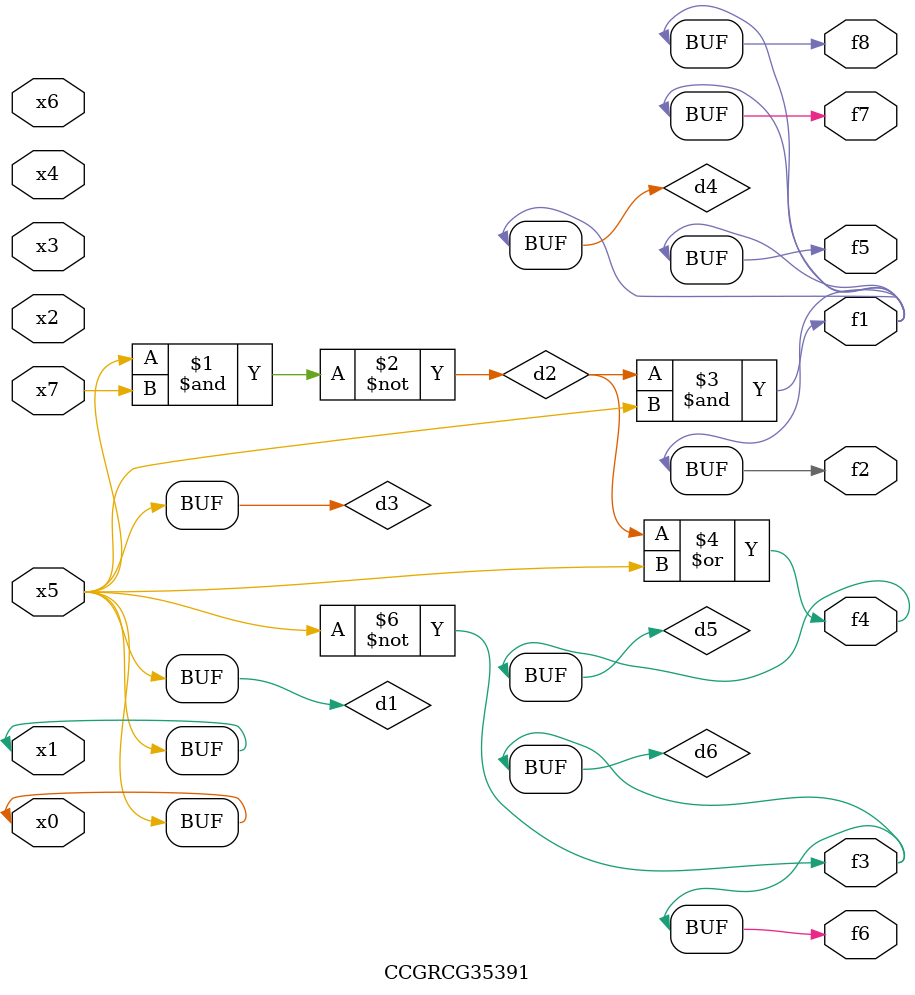
<source format=v>
module CCGRCG35391(
	input x0, x1, x2, x3, x4, x5, x6, x7,
	output f1, f2, f3, f4, f5, f6, f7, f8
);

	wire d1, d2, d3, d4, d5, d6;

	buf (d1, x0, x5);
	nand (d2, x5, x7);
	buf (d3, x0, x1);
	and (d4, d2, d3);
	or (d5, d2, d3);
	nor (d6, d1, d3);
	assign f1 = d4;
	assign f2 = d4;
	assign f3 = d6;
	assign f4 = d5;
	assign f5 = d4;
	assign f6 = d6;
	assign f7 = d4;
	assign f8 = d4;
endmodule

</source>
